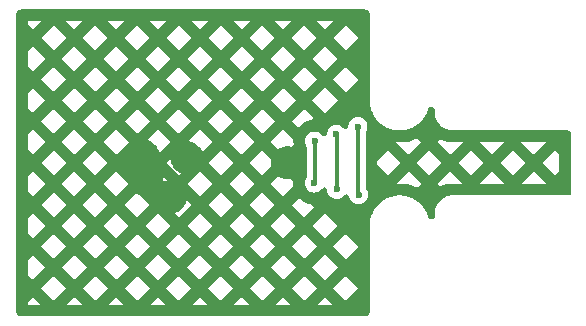
<source format=gbr>
%TF.GenerationSoftware,KiCad,Pcbnew,8.0.4*%
%TF.CreationDate,2024-07-27T11:55:35+02:00*%
%TF.ProjectId,PA3194G822_R02,50413331-3934-4473-9832-325f5230322e,2*%
%TF.SameCoordinates,Original*%
%TF.FileFunction,Copper,L2,Bot*%
%TF.FilePolarity,Positive*%
%FSLAX46Y46*%
G04 Gerber Fmt 4.6, Leading zero omitted, Abs format (unit mm)*
G04 Created by KiCad (PCBNEW 8.0.4) date 2024-07-27 11:55:35*
%MOMM*%
%LPD*%
G01*
G04 APERTURE LIST*
%TA.AperFunction,ViaPad*%
%ADD10C,0.600000*%
%TD*%
%TA.AperFunction,Conductor*%
%ADD11C,0.300000*%
%TD*%
G04 APERTURE END LIST*
D10*
%TO.N,GND*%
X119015000Y-99580000D03*
X130560000Y-97340000D03*
X115290000Y-99420000D03*
X127525000Y-99975000D03*
X130490000Y-102520000D03*
X132410000Y-96770000D03*
X128575000Y-99975000D03*
X117580000Y-102890000D03*
X115560000Y-101490000D03*
X132470000Y-103080000D03*
%TO.N,/SPI_CS*%
X129800000Y-98150000D03*
X129775000Y-101700000D03*
%TO.N,/SPI_SDI*%
X131650000Y-97575000D03*
X131675000Y-102250000D03*
%TO.N,/SPI_CLK*%
X133525000Y-102675000D03*
X133475000Y-96925000D03*
%TD*%
D11*
%TO.N,/SPI_CS*%
X129800000Y-98150000D02*
X129800000Y-101675000D01*
X129800000Y-101675000D02*
X129775000Y-101700000D01*
%TO.N,/SPI_SDI*%
X131675000Y-102250000D02*
X131675000Y-97600000D01*
X131650000Y-102225000D02*
X131675000Y-102250000D01*
X131675000Y-97600000D02*
X131650000Y-97575000D01*
%TO.N,/SPI_CLK*%
X133475000Y-96925000D02*
X133475000Y-102625000D01*
X133475000Y-102625000D02*
X133525000Y-102675000D01*
%TD*%
%TA.AperFunction,Conductor*%
%TO.N,GND*%
G36*
X134013882Y-87002064D02*
G01*
X134083282Y-87009884D01*
X134137622Y-87022287D01*
X134190248Y-87040701D01*
X134240480Y-87064892D01*
X134287674Y-87094546D01*
X134331268Y-87129310D01*
X134370689Y-87168731D01*
X134405453Y-87212325D01*
X134435107Y-87259519D01*
X134459300Y-87309756D01*
X134477710Y-87362369D01*
X134490117Y-87416727D01*
X134492075Y-87434108D01*
X134497934Y-87486100D01*
X134499500Y-87513981D01*
X134499500Y-94684108D01*
X134499500Y-94750000D01*
X134499500Y-94901252D01*
X134535963Y-95201551D01*
X134548028Y-95250500D01*
X134608357Y-95495267D01*
X134715624Y-95778107D01*
X134715632Y-95778124D01*
X134856200Y-96045954D01*
X134856211Y-96045972D01*
X135014791Y-96275715D01*
X135028050Y-96294924D01*
X135228648Y-96521352D01*
X135455076Y-96721950D01*
X135704033Y-96893792D01*
X135704036Y-96893794D01*
X135704045Y-96893799D01*
X135971875Y-97034367D01*
X135971880Y-97034369D01*
X135971887Y-97034373D01*
X136254734Y-97141643D01*
X136548449Y-97214037D01*
X136848748Y-97250500D01*
X136848754Y-97250500D01*
X137151246Y-97250500D01*
X137151252Y-97250500D01*
X137451551Y-97214037D01*
X137745266Y-97141643D01*
X138028113Y-97034373D01*
X138295967Y-96893792D01*
X138544924Y-96721950D01*
X138771352Y-96521352D01*
X138971950Y-96294924D01*
X139143792Y-96045967D01*
X139284373Y-95778113D01*
X139391643Y-95495266D01*
X139398131Y-95468940D01*
X139405288Y-95439909D01*
X139446496Y-95351926D01*
X139518236Y-95286410D01*
X139609588Y-95253335D01*
X139647052Y-95250500D01*
X139750500Y-95250500D01*
X139845788Y-95269454D01*
X139926570Y-95323430D01*
X139980546Y-95404212D01*
X139999500Y-95499500D01*
X139999500Y-95684108D01*
X139999500Y-95750000D01*
X139999500Y-95857318D01*
X140030046Y-96069769D01*
X140090516Y-96275710D01*
X140090517Y-96275713D01*
X140090518Y-96275715D01*
X140090519Y-96275718D01*
X140179677Y-96470946D01*
X140179684Y-96470959D01*
X140222249Y-96537191D01*
X140295719Y-96651513D01*
X140436276Y-96813724D01*
X140598487Y-96954281D01*
X140723117Y-97034375D01*
X140779040Y-97070315D01*
X140779044Y-97070317D01*
X140779050Y-97070321D01*
X140974290Y-97159484D01*
X141180231Y-97219954D01*
X141392682Y-97250500D01*
X141434108Y-97250500D01*
X151250500Y-97250500D01*
X151345788Y-97269454D01*
X151426570Y-97323430D01*
X151480546Y-97404212D01*
X151499500Y-97499500D01*
X151499500Y-102500500D01*
X151480546Y-102595788D01*
X151426570Y-102676570D01*
X151345788Y-102730546D01*
X151250500Y-102749500D01*
X141565892Y-102749500D01*
X141500000Y-102749500D01*
X141392682Y-102749500D01*
X141180231Y-102780046D01*
X140974290Y-102840516D01*
X140974288Y-102840516D01*
X140974284Y-102840518D01*
X140974281Y-102840519D01*
X140779053Y-102929677D01*
X140779040Y-102929684D01*
X140614761Y-103035260D01*
X140598487Y-103045719D01*
X140554764Y-103083605D01*
X140436281Y-103186271D01*
X140436271Y-103186281D01*
X140356759Y-103278043D01*
X140295719Y-103348487D01*
X140295714Y-103348495D01*
X140179684Y-103529040D01*
X140179677Y-103529053D01*
X140090519Y-103724281D01*
X140090518Y-103724284D01*
X140090516Y-103724288D01*
X140090516Y-103724290D01*
X140030046Y-103930231D01*
X140000526Y-104135552D01*
X139999500Y-104142685D01*
X139999500Y-104500500D01*
X139980546Y-104595788D01*
X139926570Y-104676570D01*
X139845788Y-104730546D01*
X139750500Y-104749500D01*
X139647052Y-104749500D01*
X139551764Y-104730546D01*
X139470982Y-104676570D01*
X139417006Y-104595788D01*
X139405288Y-104560091D01*
X139391643Y-104504736D01*
X139391643Y-104504734D01*
X139284373Y-104221887D01*
X139284367Y-104221875D01*
X139143799Y-103954045D01*
X139143788Y-103954027D01*
X139053962Y-103823891D01*
X138971950Y-103705076D01*
X138771352Y-103478648D01*
X138544924Y-103278050D01*
X138542747Y-103276547D01*
X138295972Y-103106211D01*
X138295954Y-103106200D01*
X138028124Y-102965632D01*
X138028107Y-102965624D01*
X137745267Y-102858357D01*
X137594084Y-102821094D01*
X137451551Y-102785963D01*
X137451549Y-102785962D01*
X137451547Y-102785962D01*
X137327277Y-102770873D01*
X137151252Y-102749500D01*
X136848748Y-102749500D01*
X136672722Y-102770873D01*
X136548453Y-102785962D01*
X136254732Y-102858357D01*
X135971892Y-102965624D01*
X135971875Y-102965632D01*
X135704045Y-103106200D01*
X135704027Y-103106211D01*
X135455085Y-103278043D01*
X135455072Y-103278053D01*
X135228653Y-103478643D01*
X135228643Y-103478653D01*
X135028053Y-103705072D01*
X135028043Y-103705085D01*
X134856211Y-103954027D01*
X134856200Y-103954045D01*
X134715632Y-104221875D01*
X134715624Y-104221892D01*
X134608357Y-104504732D01*
X134535962Y-104798453D01*
X134531217Y-104837532D01*
X134499500Y-105098748D01*
X134499500Y-105098754D01*
X134499500Y-112486018D01*
X134497934Y-112513899D01*
X134490117Y-112583272D01*
X134477710Y-112637630D01*
X134459300Y-112690243D01*
X134435107Y-112740480D01*
X134405453Y-112787674D01*
X134370689Y-112831268D01*
X134331268Y-112870689D01*
X134287674Y-112905453D01*
X134240480Y-112935107D01*
X134190243Y-112959300D01*
X134137630Y-112977710D01*
X134083272Y-112990117D01*
X134047446Y-112994153D01*
X134013897Y-112997934D01*
X133986018Y-112999500D01*
X105013982Y-112999500D01*
X104986102Y-112997934D01*
X104916727Y-112990117D01*
X104862371Y-112977710D01*
X104809755Y-112959299D01*
X104759519Y-112935107D01*
X104712325Y-112905453D01*
X104668731Y-112870689D01*
X104629310Y-112831268D01*
X104594546Y-112787674D01*
X104564892Y-112740480D01*
X104540701Y-112690248D01*
X104522287Y-112637622D01*
X104509884Y-112583282D01*
X104502064Y-112513882D01*
X104500500Y-112486018D01*
X104500500Y-111752558D01*
X105498500Y-111752558D01*
X105498500Y-112001500D01*
X106627968Y-112001500D01*
X108785093Y-112001500D01*
X110163502Y-112001500D01*
X112320627Y-112001500D01*
X113699036Y-112001500D01*
X115856161Y-112001500D01*
X117234570Y-112001500D01*
X119391694Y-112001500D01*
X120770104Y-112001500D01*
X122927228Y-112001500D01*
X124305638Y-112001500D01*
X126462762Y-112001500D01*
X127841171Y-112001500D01*
X129998296Y-112001500D01*
X131376705Y-112001500D01*
X130687500Y-111312295D01*
X129998296Y-112001500D01*
X127841171Y-112001500D01*
X127151966Y-111312295D01*
X126462762Y-112001500D01*
X124305638Y-112001500D01*
X123616433Y-111312295D01*
X122927228Y-112001500D01*
X120770104Y-112001500D01*
X120080899Y-111312295D01*
X119391694Y-112001500D01*
X117234570Y-112001500D01*
X116545365Y-111312295D01*
X115856161Y-112001500D01*
X113699036Y-112001500D01*
X113009831Y-111312295D01*
X112320627Y-112001500D01*
X110163502Y-112001500D01*
X109474297Y-111312295D01*
X108785093Y-112001500D01*
X106627968Y-112001500D01*
X105938763Y-111312295D01*
X105498500Y-111752558D01*
X104500500Y-111752558D01*
X104500500Y-110606601D01*
X106644456Y-110606601D01*
X107706530Y-111668675D01*
X108768603Y-110606601D01*
X110179990Y-110606601D01*
X111242064Y-111668675D01*
X112304137Y-110606601D01*
X113715524Y-110606601D01*
X114777598Y-111668675D01*
X115839671Y-110606601D01*
X117251058Y-110606601D01*
X118313132Y-111668675D01*
X119375205Y-110606601D01*
X120786592Y-110606601D01*
X121848666Y-111668675D01*
X122910739Y-110606601D01*
X124322126Y-110606601D01*
X125384199Y-111668675D01*
X126446273Y-110606601D01*
X127857660Y-110606601D01*
X128919733Y-111668675D01*
X129981807Y-110606601D01*
X131393194Y-110606601D01*
X132455267Y-111668675D01*
X133501500Y-110622443D01*
X133501500Y-110590760D01*
X132455268Y-109544528D01*
X131393194Y-110606601D01*
X129981807Y-110606601D01*
X128919733Y-109544528D01*
X127857660Y-110606601D01*
X126446273Y-110606601D01*
X125384199Y-109544528D01*
X124322126Y-110606601D01*
X122910739Y-110606601D01*
X121848666Y-109544528D01*
X120786592Y-110606601D01*
X119375205Y-110606601D01*
X118313132Y-109544528D01*
X117251058Y-110606601D01*
X115839671Y-110606601D01*
X114777598Y-109544528D01*
X113715524Y-110606601D01*
X112304137Y-110606601D01*
X111242064Y-109544528D01*
X110179990Y-110606601D01*
X108768603Y-110606601D01*
X107706530Y-109544528D01*
X106644456Y-110606601D01*
X104500500Y-110606601D01*
X104500500Y-108217024D01*
X105498500Y-108217024D01*
X105498500Y-109460645D01*
X105938763Y-109900908D01*
X107000836Y-108838834D01*
X108412223Y-108838834D01*
X109474297Y-109900908D01*
X110536370Y-108838834D01*
X111947757Y-108838834D01*
X113009831Y-109900908D01*
X114071904Y-108838834D01*
X115483291Y-108838834D01*
X116545365Y-109900908D01*
X117607438Y-108838834D01*
X119018825Y-108838834D01*
X120080899Y-109900908D01*
X121142972Y-108838834D01*
X122554359Y-108838834D01*
X123616433Y-109900908D01*
X124678506Y-108838834D01*
X126089893Y-108838834D01*
X127151966Y-109900908D01*
X128214040Y-108838834D01*
X129625427Y-108838834D01*
X130687500Y-109900908D01*
X131749574Y-108838834D01*
X130687500Y-107776761D01*
X129625427Y-108838834D01*
X128214040Y-108838834D01*
X127151966Y-107776761D01*
X126089893Y-108838834D01*
X124678506Y-108838834D01*
X123616433Y-107776761D01*
X122554359Y-108838834D01*
X121142972Y-108838834D01*
X120080899Y-107776761D01*
X119018825Y-108838834D01*
X117607438Y-108838834D01*
X116545365Y-107776761D01*
X115483291Y-108838834D01*
X114071904Y-108838834D01*
X113009831Y-107776761D01*
X111947757Y-108838834D01*
X110536370Y-108838834D01*
X109474297Y-107776761D01*
X108412223Y-108838834D01*
X107000836Y-108838834D01*
X105938763Y-107776761D01*
X105498500Y-108217024D01*
X104500500Y-108217024D01*
X104500500Y-107071067D01*
X106644456Y-107071067D01*
X107706530Y-108133141D01*
X108768603Y-107071067D01*
X110179990Y-107071067D01*
X111242064Y-108133141D01*
X112304137Y-107071067D01*
X113715524Y-107071067D01*
X114777598Y-108133141D01*
X115839671Y-107071067D01*
X117251058Y-107071067D01*
X118313132Y-108133141D01*
X119375205Y-107071067D01*
X120786592Y-107071067D01*
X121848666Y-108133141D01*
X122910739Y-107071067D01*
X124322126Y-107071067D01*
X125384199Y-108133141D01*
X126446273Y-107071067D01*
X127857660Y-107071067D01*
X128919733Y-108133141D01*
X129981807Y-107071067D01*
X131393194Y-107071067D01*
X132455267Y-108133141D01*
X133501500Y-107086909D01*
X133501500Y-107055226D01*
X132455268Y-106008994D01*
X131393194Y-107071067D01*
X129981807Y-107071067D01*
X128919733Y-106008994D01*
X127857660Y-107071067D01*
X126446273Y-107071067D01*
X125384199Y-106008994D01*
X124322126Y-107071067D01*
X122910739Y-107071067D01*
X121848666Y-106008994D01*
X120786592Y-107071067D01*
X119375205Y-107071067D01*
X118313132Y-106008994D01*
X117251058Y-107071067D01*
X115839671Y-107071067D01*
X114777598Y-106008994D01*
X113715524Y-107071067D01*
X112304137Y-107071067D01*
X111242064Y-106008994D01*
X110179990Y-107071067D01*
X108768603Y-107071067D01*
X107706530Y-106008994D01*
X106644456Y-107071067D01*
X104500500Y-107071067D01*
X104500500Y-104681490D01*
X105498500Y-104681490D01*
X105498500Y-105925111D01*
X105938763Y-106365374D01*
X107000836Y-105303300D01*
X108412223Y-105303300D01*
X109474297Y-106365374D01*
X110536370Y-105303300D01*
X111947757Y-105303300D01*
X113009831Y-106365374D01*
X114071904Y-105303300D01*
X115483291Y-105303300D01*
X116545365Y-106365374D01*
X117607438Y-105303300D01*
X119018825Y-105303300D01*
X120080899Y-106365374D01*
X121142972Y-105303300D01*
X122554359Y-105303300D01*
X123616433Y-106365374D01*
X124678506Y-105303300D01*
X126089893Y-105303300D01*
X127151966Y-106365374D01*
X128214040Y-105303300D01*
X129625427Y-105303300D01*
X130687500Y-106365374D01*
X131749574Y-105303300D01*
X130687500Y-104241227D01*
X129625427Y-105303300D01*
X128214040Y-105303300D01*
X127151966Y-104241227D01*
X126089893Y-105303300D01*
X124678506Y-105303300D01*
X123616433Y-104241227D01*
X122554359Y-105303300D01*
X121142972Y-105303300D01*
X120080899Y-104241227D01*
X119018825Y-105303300D01*
X117607438Y-105303300D01*
X116545459Y-104241321D01*
X117956846Y-104241321D01*
X118313132Y-104597607D01*
X119375205Y-103535533D01*
X120786592Y-103535533D01*
X121848666Y-104597607D01*
X122910739Y-103535533D01*
X124322126Y-103535533D01*
X125384199Y-104597607D01*
X126446273Y-103535533D01*
X127857659Y-103535533D01*
X128919733Y-104597606D01*
X129787097Y-103730242D01*
X129662920Y-103653356D01*
X129626250Y-103625665D01*
X129468748Y-103482082D01*
X129461933Y-103474606D01*
X129456168Y-103473957D01*
X129442334Y-103472004D01*
X129414667Y-103467303D01*
X129400966Y-103464577D01*
X129346345Y-103452109D01*
X129332822Y-103448620D01*
X129305867Y-103440854D01*
X129292562Y-103436614D01*
X129069421Y-103358533D01*
X129056379Y-103353554D01*
X129030463Y-103342820D01*
X129017713Y-103337116D01*
X128967236Y-103312809D01*
X128954818Y-103306393D01*
X128930257Y-103292818D01*
X128918232Y-103285725D01*
X128718051Y-103159944D01*
X128706436Y-103152183D01*
X128683551Y-103135945D01*
X128672387Y-103127543D01*
X128628586Y-103092611D01*
X128617921Y-103083605D01*
X128597002Y-103064911D01*
X128586851Y-103055315D01*
X128462364Y-102930828D01*
X127857659Y-103535533D01*
X126446273Y-103535533D01*
X125384199Y-102473460D01*
X124322126Y-103535533D01*
X122910739Y-103535533D01*
X121848666Y-102473460D01*
X120786592Y-103535533D01*
X119375205Y-103535533D01*
X118963341Y-103123669D01*
X118963200Y-103125192D01*
X118954757Y-103170359D01*
X118896432Y-103375350D01*
X118879833Y-103418196D01*
X118784835Y-103608979D01*
X118760645Y-103648048D01*
X118632207Y-103818126D01*
X118601252Y-103852082D01*
X118443750Y-103995665D01*
X118407080Y-104023356D01*
X118225876Y-104135552D01*
X118184744Y-104156034D01*
X117986010Y-104233024D01*
X117956846Y-104241321D01*
X116545459Y-104241321D01*
X116545365Y-104241227D01*
X115483291Y-105303300D01*
X114071904Y-105303300D01*
X113009831Y-104241227D01*
X111947757Y-105303300D01*
X110536370Y-105303300D01*
X109474297Y-104241227D01*
X108412223Y-105303300D01*
X107000836Y-105303300D01*
X105938763Y-104241227D01*
X105498500Y-104681490D01*
X104500500Y-104681490D01*
X104500500Y-103535533D01*
X106644456Y-103535533D01*
X107706530Y-104597607D01*
X108768603Y-103535533D01*
X110179990Y-103535533D01*
X111242064Y-104597607D01*
X112304137Y-103535533D01*
X113715524Y-103535533D01*
X114777598Y-104597607D01*
X115839671Y-103535533D01*
X115126520Y-102822382D01*
X114955256Y-102756034D01*
X114914124Y-102735552D01*
X114732920Y-102623356D01*
X114696250Y-102595665D01*
X114674876Y-102576180D01*
X113715524Y-103535533D01*
X112304137Y-103535533D01*
X111242064Y-102473460D01*
X110179990Y-103535533D01*
X108768603Y-103535533D01*
X107706530Y-102473460D01*
X106644456Y-103535533D01*
X104500500Y-103535533D01*
X104500500Y-101145956D01*
X105498500Y-101145956D01*
X105498500Y-102389577D01*
X105938763Y-102829840D01*
X107000836Y-101767766D01*
X108412223Y-101767766D01*
X109474297Y-102829840D01*
X110536370Y-101767766D01*
X111947757Y-101767766D01*
X113009831Y-102829840D01*
X114071904Y-101767766D01*
X119018825Y-101767766D01*
X120080899Y-102829840D01*
X121142972Y-101767766D01*
X122554359Y-101767766D01*
X123616433Y-102829840D01*
X124678506Y-101767766D01*
X126089892Y-101767766D01*
X127151966Y-102829839D01*
X127997188Y-101984617D01*
X127974574Y-101783903D01*
X127973400Y-101769984D01*
X127971827Y-101741971D01*
X127971435Y-101728011D01*
X127971435Y-101699996D01*
X128969435Y-101699996D01*
X128969435Y-101700003D01*
X128989630Y-101879245D01*
X128989631Y-101879251D01*
X128989632Y-101879255D01*
X129049211Y-102049522D01*
X129049212Y-102049523D01*
X129049214Y-102049529D01*
X129145180Y-102202257D01*
X129145182Y-102202259D01*
X129145184Y-102202262D01*
X129272738Y-102329816D01*
X129272740Y-102329817D01*
X129272742Y-102329819D01*
X129425470Y-102425785D01*
X129425473Y-102425786D01*
X129425478Y-102425789D01*
X129595745Y-102485368D01*
X129595754Y-102485369D01*
X129774996Y-102505565D01*
X129775000Y-102505565D01*
X129775004Y-102505565D01*
X129914908Y-102489801D01*
X129954255Y-102485368D01*
X130124522Y-102425789D01*
X130124527Y-102425785D01*
X130124529Y-102425785D01*
X130277257Y-102329819D01*
X130277256Y-102329819D01*
X130277262Y-102329816D01*
X130404816Y-102202262D01*
X130415632Y-102185046D01*
X130482376Y-102114450D01*
X130571056Y-102074767D01*
X130668173Y-102072041D01*
X130758941Y-102106687D01*
X130829540Y-102173432D01*
X130869223Y-102262112D01*
X130873901Y-102289644D01*
X130889630Y-102429245D01*
X130889631Y-102429251D01*
X130889632Y-102429255D01*
X130949211Y-102599522D01*
X130949212Y-102599523D01*
X130949214Y-102599529D01*
X131045180Y-102752257D01*
X131045182Y-102752259D01*
X131045184Y-102752262D01*
X131172738Y-102879816D01*
X131172740Y-102879817D01*
X131172742Y-102879819D01*
X131325470Y-102975785D01*
X131325473Y-102975786D01*
X131325478Y-102975789D01*
X131495745Y-103035368D01*
X131495754Y-103035369D01*
X131674996Y-103055565D01*
X131675000Y-103055565D01*
X131675004Y-103055565D01*
X131814908Y-103039801D01*
X131854255Y-103035368D01*
X132024522Y-102975789D01*
X132024527Y-102975785D01*
X132024529Y-102975785D01*
X132177257Y-102879819D01*
X132177256Y-102879819D01*
X132177262Y-102879816D01*
X132304816Y-102752262D01*
X132304817Y-102752259D01*
X132314703Y-102742374D01*
X132316074Y-102743745D01*
X132376622Y-102692614D01*
X132469188Y-102663108D01*
X132565999Y-102671270D01*
X132652317Y-102715860D01*
X132715002Y-102790088D01*
X132734525Y-102841227D01*
X132735014Y-102841056D01*
X132739631Y-102854252D01*
X132739632Y-102854255D01*
X132799211Y-103024522D01*
X132799212Y-103024523D01*
X132799214Y-103024529D01*
X132895180Y-103177257D01*
X132895182Y-103177259D01*
X132895184Y-103177262D01*
X133022738Y-103304816D01*
X133022740Y-103304817D01*
X133022742Y-103304819D01*
X133175470Y-103400785D01*
X133175473Y-103400786D01*
X133175478Y-103400789D01*
X133345745Y-103460368D01*
X133345754Y-103460369D01*
X133524996Y-103480565D01*
X133525000Y-103480565D01*
X133525004Y-103480565D01*
X133666899Y-103464577D01*
X133704255Y-103460368D01*
X133874522Y-103400789D01*
X133874527Y-103400785D01*
X133874529Y-103400785D01*
X134027257Y-103304819D01*
X134027256Y-103304819D01*
X134027262Y-103304816D01*
X134154816Y-103177262D01*
X134225411Y-103064911D01*
X134250785Y-103024529D01*
X134250785Y-103024527D01*
X134250789Y-103024522D01*
X134310368Y-102854255D01*
X134322171Y-102749500D01*
X134330565Y-102675003D01*
X134330565Y-102674996D01*
X134310369Y-102495754D01*
X134310368Y-102495745D01*
X134250789Y-102325478D01*
X134228273Y-102289644D01*
X134163665Y-102186820D01*
X134129018Y-102096053D01*
X134125500Y-102054345D01*
X134125500Y-101761950D01*
X136702311Y-101761950D01*
X136743418Y-101756960D01*
X136750884Y-101756168D01*
X136765919Y-101754801D01*
X136773428Y-101754232D01*
X136803527Y-101752411D01*
X136811033Y-101752071D01*
X136826137Y-101751614D01*
X136833668Y-101751500D01*
X137166332Y-101751500D01*
X137173863Y-101751614D01*
X137188967Y-101752071D01*
X137196473Y-101752411D01*
X137226572Y-101754232D01*
X137234081Y-101754801D01*
X137249116Y-101756168D01*
X137256582Y-101756960D01*
X137586816Y-101797056D01*
X137594281Y-101798078D01*
X137609224Y-101800353D01*
X137616637Y-101801596D01*
X137646296Y-101807032D01*
X137653682Y-101808501D01*
X137668440Y-101811670D01*
X137675753Y-101813356D01*
X137998741Y-101892964D01*
X138006026Y-101894877D01*
X138020577Y-101898934D01*
X138027781Y-101901060D01*
X138056570Y-101910031D01*
X138063721Y-101912379D01*
X138077998Y-101917306D01*
X138085066Y-101919865D01*
X138396108Y-102037828D01*
X138403105Y-102040603D01*
X138417063Y-102046385D01*
X138423962Y-102049366D01*
X138451458Y-102061741D01*
X138458267Y-102064930D01*
X138471845Y-102071541D01*
X138478560Y-102074937D01*
X138501455Y-102086953D01*
X138820642Y-101767767D01*
X138820641Y-101767766D01*
X140232028Y-101767766D01*
X140447985Y-101983723D01*
X140575916Y-101925299D01*
X140584077Y-101921747D01*
X140600580Y-101914912D01*
X140608850Y-101911659D01*
X140642241Y-101899206D01*
X140650622Y-101896249D01*
X140667551Y-101890615D01*
X140676027Y-101887961D01*
X140916156Y-101817452D01*
X140924732Y-101815100D01*
X140942027Y-101810686D01*
X140950671Y-101808643D01*
X140985495Y-101801067D01*
X140994218Y-101799332D01*
X141011789Y-101796162D01*
X141020561Y-101794740D01*
X141268288Y-101759122D01*
X141277108Y-101758015D01*
X141294855Y-101756107D01*
X141303705Y-101755315D01*
X141339253Y-101752772D01*
X141348136Y-101752296D01*
X141365978Y-101751659D01*
X141374862Y-101751500D01*
X142339909Y-101751500D01*
X143783830Y-101751500D01*
X145875443Y-101751500D01*
X147319364Y-101751500D01*
X149410977Y-101751500D01*
X148365170Y-100705693D01*
X147319364Y-101751500D01*
X145875443Y-101751500D01*
X144829636Y-100705693D01*
X143783830Y-101751500D01*
X142339909Y-101751500D01*
X141294102Y-100705693D01*
X140232028Y-101767766D01*
X138820641Y-101767766D01*
X137758568Y-100705693D01*
X136702311Y-101761950D01*
X134125500Y-101761950D01*
X134125500Y-99805228D01*
X135123500Y-99805228D01*
X135123500Y-100194771D01*
X135990802Y-101062073D01*
X137052875Y-99999999D01*
X138464262Y-99999999D01*
X139526335Y-101062073D01*
X140588409Y-99999999D01*
X141999795Y-99999999D01*
X143061869Y-101062073D01*
X144123942Y-99999999D01*
X145535329Y-99999999D01*
X146597403Y-101062073D01*
X147659476Y-99999999D01*
X149070863Y-99999999D01*
X150132937Y-101062073D01*
X150501500Y-100693510D01*
X150501500Y-99306489D01*
X150132937Y-98937926D01*
X149070863Y-99999999D01*
X147659476Y-99999999D01*
X146597403Y-98937926D01*
X145535329Y-99999999D01*
X144123942Y-99999999D01*
X143061869Y-98937926D01*
X141999795Y-99999999D01*
X140588409Y-99999999D01*
X139526335Y-98937926D01*
X138464262Y-99999999D01*
X137052875Y-99999999D01*
X135990801Y-98937926D01*
X135123500Y-99805228D01*
X134125500Y-99805228D01*
X134125500Y-98238048D01*
X136702311Y-98238048D01*
X137758568Y-99294306D01*
X138820642Y-98232232D01*
X140232028Y-98232232D01*
X141294102Y-99294306D01*
X142339909Y-98248500D01*
X143783830Y-98248500D01*
X144829636Y-99294306D01*
X145875443Y-98248500D01*
X147319364Y-98248500D01*
X148365170Y-99294306D01*
X149410977Y-98248500D01*
X147319364Y-98248500D01*
X145875443Y-98248500D01*
X143783830Y-98248500D01*
X142339909Y-98248500D01*
X141374862Y-98248500D01*
X141365978Y-98248341D01*
X141348136Y-98247704D01*
X141339253Y-98247228D01*
X141303705Y-98244685D01*
X141294855Y-98243893D01*
X141277108Y-98241985D01*
X141268288Y-98240878D01*
X141020561Y-98205260D01*
X141011789Y-98203838D01*
X140994218Y-98200668D01*
X140985495Y-98198933D01*
X140950671Y-98191357D01*
X140942027Y-98189314D01*
X140924732Y-98184900D01*
X140916156Y-98182548D01*
X140676027Y-98112039D01*
X140667551Y-98109385D01*
X140650622Y-98103751D01*
X140642241Y-98100794D01*
X140608850Y-98088341D01*
X140600580Y-98085088D01*
X140584077Y-98078253D01*
X140575916Y-98074701D01*
X140447984Y-98016275D01*
X140232028Y-98232232D01*
X138820642Y-98232232D01*
X138501456Y-97913045D01*
X138478560Y-97925063D01*
X138471845Y-97928459D01*
X138458267Y-97935070D01*
X138451458Y-97938259D01*
X138423962Y-97950634D01*
X138417063Y-97953615D01*
X138403105Y-97959397D01*
X138396108Y-97962172D01*
X138085066Y-98080135D01*
X138077998Y-98082694D01*
X138063721Y-98087621D01*
X138056570Y-98089969D01*
X138027781Y-98098940D01*
X138020577Y-98101066D01*
X138006026Y-98105123D01*
X137998741Y-98107036D01*
X137675753Y-98186644D01*
X137668440Y-98188330D01*
X137653682Y-98191499D01*
X137646296Y-98192968D01*
X137616637Y-98198404D01*
X137609224Y-98199647D01*
X137594281Y-98201922D01*
X137586816Y-98202944D01*
X137256582Y-98243040D01*
X137249116Y-98243832D01*
X137234081Y-98245199D01*
X137226572Y-98245768D01*
X137196473Y-98247589D01*
X137188967Y-98247929D01*
X137173863Y-98248386D01*
X137166332Y-98248500D01*
X136833668Y-98248500D01*
X136826137Y-98248386D01*
X136811033Y-98247929D01*
X136803527Y-98247589D01*
X136773428Y-98245768D01*
X136765919Y-98245199D01*
X136750884Y-98243832D01*
X136743417Y-98243040D01*
X136702311Y-98238048D01*
X134125500Y-98238048D01*
X134125500Y-97466079D01*
X134144454Y-97370791D01*
X134163666Y-97333602D01*
X134200789Y-97274522D01*
X134260368Y-97104255D01*
X134272912Y-96992921D01*
X134280565Y-96925003D01*
X134280565Y-96924996D01*
X134260369Y-96745754D01*
X134260369Y-96745753D01*
X134260368Y-96745745D01*
X134200789Y-96575478D01*
X134200786Y-96575473D01*
X134200785Y-96575470D01*
X134104819Y-96422742D01*
X134104817Y-96422740D01*
X134104816Y-96422738D01*
X133977262Y-96295184D01*
X133977259Y-96295182D01*
X133977257Y-96295180D01*
X133824529Y-96199214D01*
X133824524Y-96199212D01*
X133824522Y-96199211D01*
X133654255Y-96139632D01*
X133654251Y-96139631D01*
X133654245Y-96139630D01*
X133475004Y-96119435D01*
X133474996Y-96119435D01*
X133295754Y-96139630D01*
X133295746Y-96139631D01*
X133295745Y-96139632D01*
X133125478Y-96199211D01*
X133125476Y-96199211D01*
X133125476Y-96199212D01*
X133125470Y-96199214D01*
X132972742Y-96295180D01*
X132845180Y-96422742D01*
X132749214Y-96575470D01*
X132749211Y-96575476D01*
X132749211Y-96575478D01*
X132697433Y-96723453D01*
X132689632Y-96745746D01*
X132689630Y-96745753D01*
X132672911Y-96894140D01*
X132643407Y-96986706D01*
X132580726Y-97060936D01*
X132494409Y-97105529D01*
X132397597Y-97113694D01*
X132305031Y-97084190D01*
X132249411Y-97042333D01*
X132152262Y-96945184D01*
X132152259Y-96945182D01*
X132152257Y-96945180D01*
X131999529Y-96849214D01*
X131999524Y-96849212D01*
X131999522Y-96849211D01*
X131829255Y-96789632D01*
X131829251Y-96789631D01*
X131829245Y-96789630D01*
X131650004Y-96769435D01*
X131649996Y-96769435D01*
X131470754Y-96789630D01*
X131470746Y-96789631D01*
X131470745Y-96789632D01*
X131300478Y-96849211D01*
X131300476Y-96849211D01*
X131300476Y-96849212D01*
X131300470Y-96849214D01*
X131147742Y-96945180D01*
X131020180Y-97072742D01*
X130924214Y-97225470D01*
X130924211Y-97225476D01*
X130924211Y-97225478D01*
X130907050Y-97274523D01*
X130864632Y-97395746D01*
X130864630Y-97395753D01*
X130852974Y-97499203D01*
X130823470Y-97591770D01*
X130760788Y-97666000D01*
X130674471Y-97710592D01*
X130577660Y-97718757D01*
X130485093Y-97689253D01*
X130429474Y-97647396D01*
X130302262Y-97520184D01*
X130302259Y-97520182D01*
X130302257Y-97520180D01*
X130149529Y-97424214D01*
X130149524Y-97424212D01*
X130149522Y-97424211D01*
X129979255Y-97364632D01*
X129979251Y-97364631D01*
X129979245Y-97364630D01*
X129800004Y-97344435D01*
X129799996Y-97344435D01*
X129620754Y-97364630D01*
X129620746Y-97364631D01*
X129620745Y-97364632D01*
X129450478Y-97424211D01*
X129450476Y-97424211D01*
X129450476Y-97424212D01*
X129450470Y-97424214D01*
X129297742Y-97520180D01*
X129170180Y-97647742D01*
X129074214Y-97800470D01*
X129074211Y-97800476D01*
X129074211Y-97800478D01*
X129024045Y-97943846D01*
X129014632Y-97970746D01*
X129014630Y-97970754D01*
X128994435Y-98149996D01*
X128994435Y-98150003D01*
X129014630Y-98329245D01*
X129014631Y-98329251D01*
X129014632Y-98329255D01*
X129074211Y-98499522D01*
X129099516Y-98539795D01*
X129111334Y-98558602D01*
X129145982Y-98649369D01*
X129149500Y-98691079D01*
X129149500Y-101119133D01*
X129130546Y-101214421D01*
X129111334Y-101251609D01*
X129049214Y-101350470D01*
X129049211Y-101350476D01*
X129049211Y-101350478D01*
X128993445Y-101509850D01*
X128989632Y-101520746D01*
X128989630Y-101520754D01*
X128969435Y-101699996D01*
X127971435Y-101699996D01*
X127971435Y-101671989D01*
X127971827Y-101658029D01*
X127973400Y-101630016D01*
X127974574Y-101616098D01*
X127983464Y-101537191D01*
X127794186Y-101347913D01*
X127677317Y-101369760D01*
X127631563Y-101374000D01*
X127418437Y-101374000D01*
X127372683Y-101369760D01*
X127163185Y-101330598D01*
X127118990Y-101318024D01*
X126920256Y-101241034D01*
X126879124Y-101220552D01*
X126729653Y-101128004D01*
X126089892Y-101767766D01*
X124678506Y-101767766D01*
X123616433Y-100705693D01*
X122554359Y-101767766D01*
X121142972Y-101767766D01*
X120080899Y-100705693D01*
X119018825Y-101767766D01*
X114071904Y-101767766D01*
X113353667Y-101049529D01*
X116889201Y-101049529D01*
X116934757Y-101209641D01*
X116943200Y-101254808D01*
X116962865Y-101467025D01*
X116962865Y-101512975D01*
X116951483Y-101635803D01*
X116975256Y-101623966D01*
X117173990Y-101546976D01*
X117218185Y-101534402D01*
X117349522Y-101509850D01*
X116889201Y-101049529D01*
X113353667Y-101049529D01*
X113009831Y-100705693D01*
X111947757Y-101767766D01*
X110536370Y-101767766D01*
X109474297Y-100705693D01*
X108412223Y-101767766D01*
X107000836Y-101767766D01*
X105938763Y-100705693D01*
X105498500Y-101145956D01*
X104500500Y-101145956D01*
X104500500Y-99999999D01*
X106644456Y-99999999D01*
X107706530Y-101062073D01*
X108768603Y-99999999D01*
X110179990Y-99999999D01*
X111242064Y-101062073D01*
X112304137Y-99999999D01*
X117251058Y-99999999D01*
X118313132Y-101062073D01*
X118495966Y-100879238D01*
X118410256Y-100846034D01*
X118369124Y-100825552D01*
X118187920Y-100713356D01*
X118151250Y-100685665D01*
X117993748Y-100542082D01*
X117962793Y-100508126D01*
X117834355Y-100338048D01*
X117810165Y-100298979D01*
X117715167Y-100108196D01*
X117698568Y-100065350D01*
X117679974Y-99999999D01*
X120786592Y-99999999D01*
X121848666Y-101062073D01*
X122910739Y-99999999D01*
X124322126Y-99999999D01*
X125384199Y-101062072D01*
X126159251Y-100287020D01*
X126150243Y-100255359D01*
X126141800Y-100210192D01*
X126122135Y-99997975D01*
X126122135Y-99952025D01*
X126141800Y-99739808D01*
X126148773Y-99702500D01*
X125384199Y-98937926D01*
X124322126Y-99999999D01*
X122910739Y-99999999D01*
X121848666Y-98937926D01*
X120786592Y-99999999D01*
X117679974Y-99999999D01*
X117640243Y-99860359D01*
X117631800Y-99815192D01*
X117615183Y-99635874D01*
X117251058Y-99999999D01*
X112304137Y-99999999D01*
X111242064Y-98937926D01*
X110179990Y-99999999D01*
X108768603Y-99999999D01*
X107706530Y-98937926D01*
X106644456Y-99999999D01*
X104500500Y-99999999D01*
X104500500Y-97610422D01*
X105498500Y-97610422D01*
X105498500Y-98854043D01*
X105938763Y-99294306D01*
X107000836Y-98232232D01*
X108412223Y-98232232D01*
X109474297Y-99294306D01*
X110536370Y-98232232D01*
X111947757Y-98232232D01*
X113009831Y-99294306D01*
X114071904Y-98232232D01*
X113903964Y-98064292D01*
X115651231Y-98064292D01*
X115651815Y-98064402D01*
X115696010Y-98076976D01*
X115894744Y-98153966D01*
X115935876Y-98174448D01*
X116117080Y-98286644D01*
X116153750Y-98314335D01*
X116311252Y-98457918D01*
X116342207Y-98491874D01*
X116470645Y-98661952D01*
X116494835Y-98701021D01*
X116589833Y-98891804D01*
X116606432Y-98934650D01*
X116664757Y-99139641D01*
X116670312Y-99169359D01*
X117607438Y-98232232D01*
X117556206Y-98181000D01*
X119070058Y-98181000D01*
X119121563Y-98181000D01*
X119167317Y-98185240D01*
X119376815Y-98224402D01*
X119421010Y-98236976D01*
X119619744Y-98313966D01*
X119660876Y-98334448D01*
X119842080Y-98446644D01*
X119878750Y-98474335D01*
X120036252Y-98617918D01*
X120067207Y-98651874D01*
X120195645Y-98821952D01*
X120219835Y-98861021D01*
X120314833Y-99051804D01*
X120317225Y-99057979D01*
X121142973Y-98232233D01*
X121142972Y-98232232D01*
X122554359Y-98232232D01*
X123616433Y-99294306D01*
X124678505Y-98232233D01*
X126089893Y-98232233D01*
X126698774Y-98841114D01*
X126879124Y-98729448D01*
X126920256Y-98708966D01*
X127118990Y-98631976D01*
X127163185Y-98619402D01*
X127372683Y-98580240D01*
X127418437Y-98576000D01*
X127631563Y-98576000D01*
X127677317Y-98580240D01*
X127836310Y-98609961D01*
X128021122Y-98425149D01*
X127999574Y-98233903D01*
X127998400Y-98219984D01*
X127996827Y-98191971D01*
X127996435Y-98178011D01*
X127996435Y-98121989D01*
X127996827Y-98108029D01*
X127998400Y-98080016D01*
X127999573Y-98066099D01*
X128004467Y-98022660D01*
X127151966Y-97170159D01*
X126089893Y-98232233D01*
X124678505Y-98232233D01*
X124678506Y-98232232D01*
X123616433Y-97170159D01*
X122554359Y-98232232D01*
X121142972Y-98232232D01*
X120080899Y-97170159D01*
X119070058Y-98181000D01*
X117556206Y-98181000D01*
X116545365Y-97170159D01*
X115651231Y-98064292D01*
X113903964Y-98064292D01*
X113009831Y-97170159D01*
X111947757Y-98232232D01*
X110536370Y-98232232D01*
X109474297Y-97170159D01*
X108412223Y-98232232D01*
X107000836Y-98232232D01*
X105938763Y-97170159D01*
X105498500Y-97610422D01*
X104500500Y-97610422D01*
X104500500Y-96464465D01*
X106644456Y-96464465D01*
X107706530Y-97526539D01*
X108768603Y-96464465D01*
X110179990Y-96464465D01*
X111242064Y-97526539D01*
X112304137Y-96464465D01*
X113715524Y-96464465D01*
X114777598Y-97526539D01*
X115839671Y-96464465D01*
X117251058Y-96464465D01*
X118313132Y-97526539D01*
X119375205Y-96464465D01*
X120786592Y-96464465D01*
X121848666Y-97526539D01*
X122910739Y-96464465D01*
X124322126Y-96464465D01*
X125384199Y-97526539D01*
X126446272Y-96464466D01*
X127857659Y-96464466D01*
X128402681Y-97009488D01*
X128407389Y-97003586D01*
X128416395Y-96992921D01*
X128435089Y-96972002D01*
X128444685Y-96961851D01*
X128611851Y-96794685D01*
X128622002Y-96785089D01*
X128642921Y-96766395D01*
X128653586Y-96757389D01*
X128697387Y-96722457D01*
X128708551Y-96714055D01*
X128731436Y-96697817D01*
X128743051Y-96690056D01*
X128943232Y-96564275D01*
X128955257Y-96557182D01*
X128979818Y-96543607D01*
X128992236Y-96537191D01*
X129042713Y-96512884D01*
X129055463Y-96507180D01*
X129081379Y-96496446D01*
X129094421Y-96491467D01*
X129317562Y-96413386D01*
X129330867Y-96409146D01*
X129357822Y-96401380D01*
X129371345Y-96397891D01*
X129425966Y-96385423D01*
X129439667Y-96382697D01*
X129467334Y-96377996D01*
X129481166Y-96376044D01*
X129549214Y-96368376D01*
X129696250Y-96234335D01*
X129727829Y-96210488D01*
X128919733Y-95402392D01*
X127857659Y-96464466D01*
X126446272Y-96464466D01*
X126446273Y-96464465D01*
X125384199Y-95402392D01*
X124322126Y-96464465D01*
X122910739Y-96464465D01*
X121848666Y-95402392D01*
X120786592Y-96464465D01*
X119375205Y-96464465D01*
X118313132Y-95402392D01*
X117251058Y-96464465D01*
X115839671Y-96464465D01*
X114777598Y-95402392D01*
X113715524Y-96464465D01*
X112304137Y-96464465D01*
X111242064Y-95402392D01*
X110179990Y-96464465D01*
X108768603Y-96464465D01*
X107706530Y-95402392D01*
X106644456Y-96464465D01*
X104500500Y-96464465D01*
X104500500Y-94074888D01*
X105498500Y-94074888D01*
X105498500Y-95318510D01*
X105938762Y-95758773D01*
X107000837Y-94696699D01*
X108412223Y-94696699D01*
X109474297Y-95758772D01*
X110536371Y-94696699D01*
X111947757Y-94696699D01*
X113009831Y-95758772D01*
X114071905Y-94696699D01*
X115483291Y-94696699D01*
X116545365Y-95758772D01*
X117607439Y-94696699D01*
X119018825Y-94696699D01*
X120080899Y-95758773D01*
X121142973Y-94696699D01*
X122554359Y-94696699D01*
X123616433Y-95758773D01*
X124678507Y-94696699D01*
X126089893Y-94696699D01*
X127151966Y-95758772D01*
X128214040Y-94696699D01*
X129625427Y-94696699D01*
X130687500Y-95758772D01*
X131749574Y-94696699D01*
X130687500Y-93634625D01*
X129625427Y-94696699D01*
X128214040Y-94696699D01*
X127151966Y-93634625D01*
X126089893Y-94696699D01*
X124678507Y-94696699D01*
X123616433Y-93634625D01*
X122554359Y-94696699D01*
X121142973Y-94696699D01*
X120080899Y-93634625D01*
X119018825Y-94696699D01*
X117607439Y-94696699D01*
X116545365Y-93634625D01*
X115483291Y-94696699D01*
X114071905Y-94696699D01*
X113009831Y-93634625D01*
X111947757Y-94696699D01*
X110536371Y-94696699D01*
X109474297Y-93634625D01*
X108412223Y-94696699D01*
X107000837Y-94696699D01*
X105938763Y-93634625D01*
X105498500Y-94074888D01*
X104500500Y-94074888D01*
X104500500Y-92928932D01*
X106644456Y-92928932D01*
X107706530Y-93991005D01*
X108768604Y-92928932D01*
X110179990Y-92928932D01*
X111242064Y-93991005D01*
X112304138Y-92928932D01*
X113715524Y-92928932D01*
X114777598Y-93991005D01*
X115839672Y-92928932D01*
X117251058Y-92928932D01*
X118313132Y-93991005D01*
X119375206Y-92928932D01*
X120786592Y-92928932D01*
X121848666Y-93991006D01*
X122910740Y-92928932D01*
X124322126Y-92928932D01*
X125384199Y-93991005D01*
X126446273Y-92928932D01*
X127857660Y-92928932D01*
X128919733Y-93991005D01*
X129981807Y-92928932D01*
X131393194Y-92928932D01*
X132455267Y-93991005D01*
X133501500Y-92944773D01*
X133501500Y-92913090D01*
X132455268Y-91866858D01*
X131393194Y-92928932D01*
X129981807Y-92928932D01*
X128919733Y-91866858D01*
X127857660Y-92928932D01*
X126446273Y-92928932D01*
X125384199Y-91866858D01*
X124322126Y-92928932D01*
X122910740Y-92928932D01*
X121848666Y-91866858D01*
X120786592Y-92928932D01*
X119375206Y-92928932D01*
X118313132Y-91866858D01*
X117251058Y-92928932D01*
X115839672Y-92928932D01*
X114777598Y-91866858D01*
X113715524Y-92928932D01*
X112304138Y-92928932D01*
X111242064Y-91866858D01*
X110179990Y-92928932D01*
X108768604Y-92928932D01*
X107706530Y-91866858D01*
X106644456Y-92928932D01*
X104500500Y-92928932D01*
X104500500Y-90539355D01*
X105498500Y-90539355D01*
X105498500Y-91782976D01*
X105938762Y-92223239D01*
X107000836Y-91161165D01*
X108412223Y-91161165D01*
X109474297Y-92223238D01*
X110536370Y-91161165D01*
X111947757Y-91161165D01*
X113009831Y-92223238D01*
X114071904Y-91161165D01*
X115483291Y-91161165D01*
X116545365Y-92223238D01*
X117607438Y-91161165D01*
X119018825Y-91161165D01*
X120080899Y-92223239D01*
X121142972Y-91161165D01*
X122554359Y-91161165D01*
X123616433Y-92223239D01*
X124678506Y-91161165D01*
X126089893Y-91161165D01*
X127151966Y-92223238D01*
X128214040Y-91161165D01*
X129625427Y-91161165D01*
X130687500Y-92223238D01*
X131749574Y-91161165D01*
X130687500Y-90099091D01*
X129625427Y-91161165D01*
X128214040Y-91161165D01*
X127151966Y-90099091D01*
X126089893Y-91161165D01*
X124678506Y-91161165D01*
X123616433Y-90099091D01*
X122554359Y-91161165D01*
X121142972Y-91161165D01*
X120080899Y-90099091D01*
X119018825Y-91161165D01*
X117607438Y-91161165D01*
X116545365Y-90099091D01*
X115483291Y-91161165D01*
X114071904Y-91161165D01*
X113009831Y-90099091D01*
X111947757Y-91161165D01*
X110536370Y-91161165D01*
X109474297Y-90099091D01*
X108412223Y-91161165D01*
X107000836Y-91161165D01*
X105938763Y-90099091D01*
X105498500Y-90539355D01*
X104500500Y-90539355D01*
X104500500Y-89393398D01*
X106644456Y-89393398D01*
X107706530Y-90455471D01*
X108768603Y-89393398D01*
X110179990Y-89393398D01*
X111242064Y-90455471D01*
X112304137Y-89393398D01*
X113715524Y-89393398D01*
X114777598Y-90455471D01*
X115839671Y-89393398D01*
X117251058Y-89393398D01*
X118313132Y-90455471D01*
X119375205Y-89393398D01*
X120786592Y-89393398D01*
X121848666Y-90455472D01*
X122910739Y-89393398D01*
X124322126Y-89393398D01*
X125384199Y-90455471D01*
X126446273Y-89393398D01*
X127857660Y-89393398D01*
X128919733Y-90455471D01*
X129981807Y-89393398D01*
X131393194Y-89393398D01*
X132455267Y-90455471D01*
X133501500Y-89409239D01*
X133501500Y-89377557D01*
X132455267Y-88331324D01*
X131393194Y-89393398D01*
X129981807Y-89393398D01*
X128919733Y-88331324D01*
X127857660Y-89393398D01*
X126446273Y-89393398D01*
X125384199Y-88331324D01*
X124322126Y-89393398D01*
X122910739Y-89393398D01*
X121848666Y-88331324D01*
X120786592Y-89393398D01*
X119375205Y-89393398D01*
X118313132Y-88331324D01*
X117251058Y-89393398D01*
X115839671Y-89393398D01*
X114777598Y-88331324D01*
X113715524Y-89393398D01*
X112304137Y-89393398D01*
X111242064Y-88331324D01*
X110179990Y-89393398D01*
X108768603Y-89393398D01*
X107706530Y-88331324D01*
X106644456Y-89393398D01*
X104500500Y-89393398D01*
X104500500Y-88247442D01*
X105498500Y-88247442D01*
X105938762Y-88687705D01*
X106627968Y-87998500D01*
X108785093Y-87998500D01*
X109474297Y-88687704D01*
X110163502Y-87998500D01*
X112320627Y-87998500D01*
X113009831Y-88687704D01*
X113699036Y-87998500D01*
X115856161Y-87998500D01*
X116545365Y-88687704D01*
X117234570Y-87998500D01*
X119391694Y-87998500D01*
X120080899Y-88687705D01*
X120770104Y-87998500D01*
X122927228Y-87998500D01*
X123616433Y-88687705D01*
X124305638Y-87998500D01*
X126462762Y-87998500D01*
X127151966Y-88687704D01*
X127841171Y-87998500D01*
X129998296Y-87998500D01*
X130687500Y-88687704D01*
X131376705Y-87998500D01*
X129998296Y-87998500D01*
X127841171Y-87998500D01*
X126462762Y-87998500D01*
X124305638Y-87998500D01*
X122927228Y-87998500D01*
X120770104Y-87998500D01*
X119391694Y-87998500D01*
X117234570Y-87998500D01*
X115856161Y-87998500D01*
X113699036Y-87998500D01*
X112320627Y-87998500D01*
X110163502Y-87998500D01*
X108785093Y-87998500D01*
X106627968Y-87998500D01*
X105498500Y-87998500D01*
X105498500Y-88247442D01*
X104500500Y-88247442D01*
X104500500Y-87513981D01*
X104502064Y-87486118D01*
X104509884Y-87416715D01*
X104522286Y-87362379D01*
X104540702Y-87309747D01*
X104564889Y-87259525D01*
X104594550Y-87212319D01*
X104629306Y-87168735D01*
X104668735Y-87129306D01*
X104712319Y-87094550D01*
X104759525Y-87064889D01*
X104809747Y-87040702D01*
X104862379Y-87022286D01*
X104916717Y-87009884D01*
X104986116Y-87002064D01*
X105013982Y-87000500D01*
X105065892Y-87000500D01*
X133934108Y-87000500D01*
X133986018Y-87000500D01*
X134013882Y-87002064D01*
G37*
%TD.AperFunction*%
%TD*%
M02*

</source>
